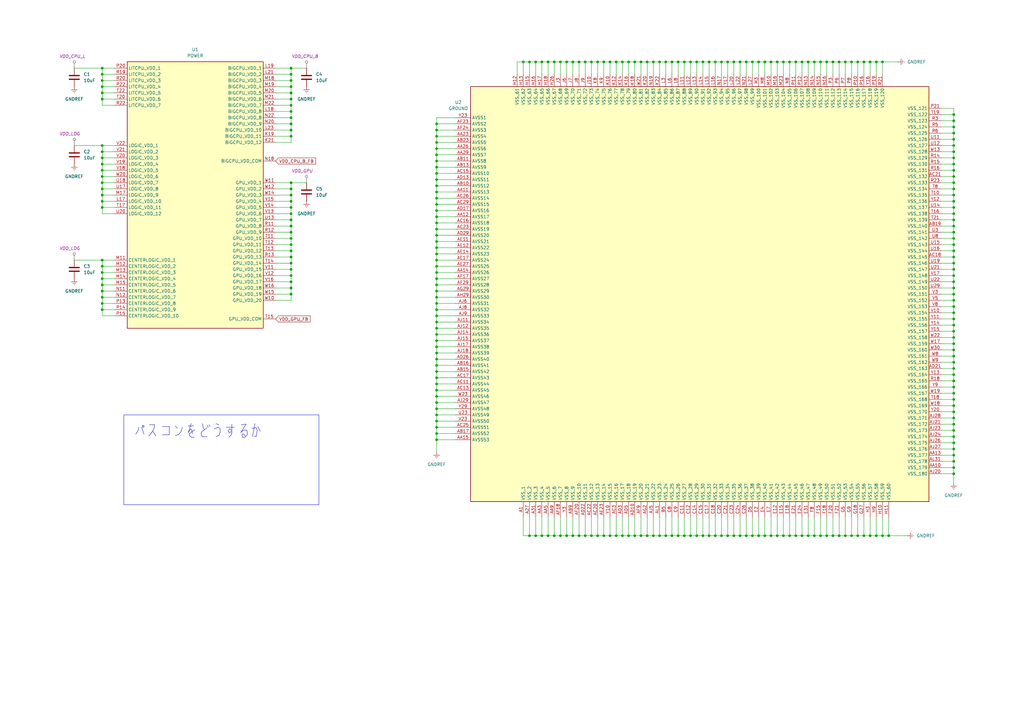
<source format=kicad_sch>
(kicad_sch (version 20231120) (generator "eeschema") (generator_version "8.0")
  (paper "A3")
  (junction (at 119.38 102.87))
  (junction (at 217.17 219.71))
  (junction (at 41.91 121.92))
  (junction (at 326.39 25.4))
  (junction (at 270.51 219.71))
  (junction (at 41.91 111.76))
  (junction (at 265.43 219.71))
  (junction (at 391.16 49.53))
  (junction (at 290.83 25.4))
  (junction (at 41.91 35.56))
  (junction (at 179.07 152.4))
  (junction (at 391.16 120.65))
  (junction (at 303.53 219.71))
  (junction (at 179.07 81.28))
  (junction (at 242.57 25.4))
  (junction (at 179.07 99.06))
  (junction (at 252.73 219.71))
  (junction (at 267.97 219.71))
  (junction (at 391.16 148.59))
  (junction (at 257.81 219.71))
  (junction (at 391.16 153.67))
  (junction (at 391.16 176.53))
  (junction (at 267.97 25.4))
  (junction (at 293.37 25.4))
  (junction (at 391.16 179.07))
  (junction (at 391.16 151.13))
  (junction (at 179.07 157.48))
  (junction (at 391.16 102.87))
  (junction (at 391.16 80.01))
  (junction (at 260.35 25.4))
  (junction (at 179.07 58.42))
  (junction (at 119.38 92.71))
  (junction (at 391.16 100.33))
  (junction (at 119.38 38.1))
  (junction (at 311.15 219.71))
  (junction (at 364.49 219.71))
  (junction (at 252.73 25.4))
  (junction (at 179.07 104.14))
  (junction (at 41.91 106.68))
  (junction (at 308.61 219.71))
  (junction (at 391.16 166.37))
  (junction (at 391.16 87.63))
  (junction (at 391.16 140.97))
  (junction (at 119.38 97.79))
  (junction (at 391.16 125.73))
  (junction (at 359.41 219.71))
  (junction (at 336.55 219.71))
  (junction (at 41.91 40.64))
  (junction (at 119.38 107.95))
  (junction (at 391.16 92.71))
  (junction (at 290.83 219.71))
  (junction (at 41.91 33.02))
  (junction (at 119.38 55.88))
  (junction (at 219.71 219.71))
  (junction (at 119.38 45.72))
  (junction (at 119.38 120.65))
  (junction (at 179.07 68.58))
  (junction (at 119.38 100.33))
  (junction (at 283.21 25.4))
  (junction (at 245.11 25.4))
  (junction (at 255.27 25.4))
  (junction (at 270.51 25.4))
  (junction (at 275.59 219.71))
  (junction (at 391.16 135.89))
  (junction (at 179.07 78.74))
  (junction (at 119.38 77.47))
  (junction (at 119.38 33.02))
  (junction (at 41.91 69.85))
  (junction (at 391.16 95.25))
  (junction (at 298.45 25.4))
  (junction (at 179.07 139.7))
  (junction (at 391.16 64.77))
  (junction (at 283.21 219.71))
  (junction (at 179.07 86.36))
  (junction (at 119.38 53.34))
  (junction (at 326.39 219.71))
  (junction (at 316.23 219.71))
  (junction (at 391.16 85.09))
  (junction (at 119.38 87.63))
  (junction (at 391.16 90.17))
  (junction (at 234.95 25.4))
  (junction (at 391.16 194.31))
  (junction (at 306.07 25.4))
  (junction (at 391.16 110.49))
  (junction (at 359.41 25.4))
  (junction (at 391.16 113.03))
  (junction (at 260.35 219.71))
  (junction (at 391.16 52.07))
  (junction (at 391.16 158.75))
  (junction (at 391.16 107.95))
  (junction (at 119.38 35.56))
  (junction (at 41.91 114.3))
  (junction (at 280.67 219.71))
  (junction (at 361.95 25.4))
  (junction (at 41.91 109.22))
  (junction (at 179.07 111.76))
  (junction (at 391.16 189.23))
  (junction (at 179.07 60.96))
  (junction (at 179.07 66.04))
  (junction (at 285.75 219.71))
  (junction (at 219.71 25.4))
  (junction (at 308.61 25.4))
  (junction (at 273.05 219.71))
  (junction (at 391.16 163.83))
  (junction (at 41.91 38.1))
  (junction (at 41.91 80.01))
  (junction (at 356.87 25.4))
  (junction (at 391.16 118.11))
  (junction (at 41.91 127))
  (junction (at 391.16 168.91))
  (junction (at 119.38 85.09))
  (junction (at 339.09 25.4))
  (junction (at 391.16 130.81))
  (junction (at 265.43 25.4))
  (junction (at 349.25 219.71))
  (junction (at 295.91 25.4))
  (junction (at 41.91 67.31))
  (junction (at 179.07 124.46))
  (junction (at 234.95 219.71))
  (junction (at 391.16 128.27))
  (junction (at 179.07 170.18))
  (junction (at 224.79 219.71))
  (junction (at 217.17 25.4))
  (junction (at 303.53 25.4))
  (junction (at 391.16 123.19))
  (junction (at 346.71 219.71))
  (junction (at 119.38 118.11))
  (junction (at 354.33 25.4))
  (junction (at 179.07 88.9))
  (junction (at 391.16 82.55))
  (junction (at 328.93 219.71))
  (junction (at 179.07 121.92))
  (junction (at 313.69 219.71))
  (junction (at 346.71 25.4))
  (junction (at 41.91 59.69))
  (junction (at 179.07 180.34))
  (junction (at 391.16 57.15))
  (junction (at 179.07 142.24))
  (junction (at 391.16 146.05))
  (junction (at 334.01 219.71))
  (junction (at 275.59 25.4))
  (junction (at 257.81 25.4))
  (junction (at 344.17 25.4))
  (junction (at 391.16 191.77))
  (junction (at 295.91 219.71))
  (junction (at 179.07 119.38))
  (junction (at 391.16 72.39))
  (junction (at 41.91 119.38))
  (junction (at 179.07 71.12))
  (junction (at 245.11 219.71))
  (junction (at 237.49 25.4))
  (junction (at 341.63 25.4))
  (junction (at 391.16 115.57))
  (junction (at 300.99 219.71))
  (junction (at 293.37 219.71))
  (junction (at 391.16 105.41))
  (junction (at 179.07 177.8))
  (junction (at 351.79 219.71))
  (junction (at 179.07 63.5))
  (junction (at 119.38 30.48))
  (junction (at 41.91 64.77))
  (junction (at 391.16 171.45))
  (junction (at 179.07 167.64))
  (junction (at 119.38 74.93))
  (junction (at 280.67 25.4))
  (junction (at 391.16 67.31))
  (junction (at 179.07 53.34))
  (junction (at 250.19 25.4))
  (junction (at 311.15 25.4))
  (junction (at 229.87 25.4))
  (junction (at 179.07 127))
  (junction (at 328.93 25.4))
  (junction (at 336.55 25.4))
  (junction (at 391.16 77.47))
  (junction (at 391.16 156.21))
  (junction (at 119.38 115.57))
  (junction (at 247.65 219.71))
  (junction (at 391.16 186.69))
  (junction (at 179.07 91.44))
  (junction (at 316.23 25.4))
  (junction (at 349.25 25.4))
  (junction (at 119.38 90.17))
  (junction (at 262.89 25.4))
  (junction (at 119.38 40.64))
  (junction (at 41.91 72.39))
  (junction (at 119.38 113.03))
  (junction (at 41.91 124.46))
  (junction (at 179.07 160.02))
  (junction (at 179.07 154.94))
  (junction (at 41.91 62.23))
  (junction (at 391.16 184.15))
  (junction (at 331.47 25.4))
  (junction (at 354.33 219.71))
  (junction (at 41.91 77.47))
  (junction (at 179.07 96.52))
  (junction (at 179.07 165.1))
  (junction (at 119.38 27.94))
  (junction (at 179.07 83.82))
  (junction (at 285.75 25.4))
  (junction (at 391.16 138.43))
  (junction (at 240.03 219.71))
  (junction (at 41.91 85.09))
  (junction (at 339.09 219.71))
  (junction (at 242.57 219.71))
  (junction (at 179.07 50.8))
  (junction (at 179.07 137.16))
  (junction (at 391.16 46.99))
  (junction (at 232.41 25.4))
  (junction (at 323.85 219.71))
  (junction (at 341.63 219.71))
  (junction (at 361.95 219.71))
  (junction (at 240.03 25.4))
  (junction (at 351.79 25.4))
  (junction (at 391.16 97.79))
  (junction (at 179.07 129.54))
  (junction (at 41.91 27.94))
  (junction (at 229.87 219.71))
  (junction (at 179.07 162.56))
  (junction (at 391.16 59.69))
  (junction (at 391.16 161.29))
  (junction (at 119.38 110.49))
  (junction (at 179.07 149.86))
  (junction (at 179.07 147.32))
  (junction (at 391.16 69.85))
  (junction (at 318.77 25.4))
  (junction (at 179.07 73.66))
  (junction (at 41.91 116.84))
  (junction (at 227.33 219.71))
  (junction (at 255.27 219.71))
  (junction (at 278.13 219.71))
  (junction (at 119.38 82.55))
  (junction (at 179.07 106.68))
  (junction (at 344.17 219.71))
  (junction (at 227.33 25.4))
  (junction (at 179.07 76.2))
  (junction (at 179.07 101.6))
  (junction (at 179.07 93.98))
  (junction (at 41.91 30.48))
  (junction (at 278.13 25.4))
  (junction (at 179.07 132.08))
  (junction (at 179.07 134.62))
  (junction (at 262.89 219.71))
  (junction (at 391.16 181.61))
  (junction (at 119.38 48.26))
  (junction (at 41.91 74.93))
  (junction (at 306.07 219.71))
  (junction (at 119.38 50.8))
  (junction (at 288.29 25.4))
  (junction (at 224.79 25.4))
  (junction (at 273.05 25.4))
  (junction (at 232.41 219.71))
  (junction (at 179.07 114.3))
  (junction (at 391.16 62.23))
  (junction (at 288.29 219.71))
  (junction (at 179.07 172.72))
  (junction (at 331.47 219.71))
  (junction (at 222.25 219.71))
  (junction (at 179.07 175.26))
  (junction (at 323.85 25.4))
  (junction (at 41.91 82.55))
  (junction (at 318.77 219.71))
  (junction (at 321.31 219.71))
  (junction (at 214.63 25.4))
  (junction (at 237.49 219.71))
  (junction (at 321.31 25.4))
  (junction (at 179.07 109.22))
  (junction (at 119.38 80.01))
  (junction (at 391.16 173.99))
  (junction (at 356.87 219.71))
  (junction (at 334.01 25.4))
  (junction (at 391.16 54.61))
  (junction (at 391.16 133.35))
  (junction (at 179.07 144.78))
  (junction (at 250.19 219.71))
  (junction (at 247.65 25.4))
  (junction (at 179.07 116.84))
  (junction (at 179.07 55.88))
  (junction (at 300.99 25.4))
  (junction (at 119.38 43.18))
  (junction (at 119.38 95.25))
  (junction (at 222.25 25.4))
  (junction (at 391.16 143.51))
  (junction (at 119.38 105.41))
  (junction (at 298.45 219.71))
  (junction (at 313.69 25.4))
  (junction (at 391.16 74.93))
  (wire (pts (xy 113.03 77.47) (xy 119.38 77.47)))
  (wire (pts (xy 257.81 25.4) (xy 260.35 25.4)))
  (wire (pts (xy 391.16 82.55) (xy 391.16 85.09)))
  (wire (pts (xy 270.51 25.4) (xy 273.05 25.4)))
  (wire (pts (xy 273.05 25.4) (xy 275.59 25.4)))
  (wire (pts (xy 386.08 166.37) (xy 391.16 166.37)))
  (wire (pts (xy 41.91 64.77) (xy 46.99 64.77)))
  (wire (pts (xy 298.45 25.4) (xy 300.99 25.4)))
  (wire (pts (xy 255.27 25.4) (xy 255.27 30.48)))
  (wire (pts (xy 283.21 25.4) (xy 285.75 25.4)))
  (wire (pts (xy 364.49 219.71) (xy 364.49 212.09)))
  (wire (pts (xy 119.38 53.34) (xy 119.38 55.88)))
  (wire (pts (xy 179.07 96.52) (xy 186.69 96.52)))
  (wire (pts (xy 334.01 25.4) (xy 334.01 30.48)))
  (wire (pts (xy 113.03 105.41) (xy 119.38 105.41)))
  (wire (pts (xy 113.03 27.94) (xy 119.38 27.94)))
  (wire (pts (xy 113.03 35.56) (xy 119.38 35.56)))
  (wire (pts (xy 275.59 25.4) (xy 275.59 30.48)))
  (wire (pts (xy 179.07 114.3) (xy 179.07 116.84)))
  (wire (pts (xy 303.53 25.4) (xy 303.53 30.48)))
  (wire (pts (xy 285.75 25.4) (xy 285.75 30.48)))
  (wire (pts (xy 252.73 219.71) (xy 255.27 219.71)))
  (wire (pts (xy 179.07 139.7) (xy 186.69 139.7)))
  (wire (pts (xy 391.16 140.97) (xy 391.16 143.51)))
  (wire (pts (xy 391.16 186.69) (xy 391.16 189.23)))
  (wire (pts (xy 179.07 73.66) (xy 186.69 73.66)))
  (wire (pts (xy 391.16 191.77) (xy 391.16 194.31)))
  (wire (pts (xy 391.16 166.37) (xy 391.16 168.91)))
  (wire (pts (xy 280.67 219.71) (xy 283.21 219.71)))
  (wire (pts (xy 237.49 212.09) (xy 237.49 219.71)))
  (wire (pts (xy 386.08 77.47) (xy 391.16 77.47)))
  (wire (pts (xy 179.07 78.74) (xy 179.07 81.28)))
  (wire (pts (xy 346.71 219.71) (xy 349.25 219.71)))
  (wire (pts (xy 240.03 25.4) (xy 240.03 30.48)))
  (wire (pts (xy 391.16 49.53) (xy 391.16 52.07)))
  (wire (pts (xy 41.91 27.94) (xy 46.99 27.94)))
  (wire (pts (xy 179.07 177.8) (xy 186.69 177.8)))
  (wire (pts (xy 298.45 25.4) (xy 298.45 30.48)))
  (wire (pts (xy 113.03 113.03) (xy 119.38 113.03)))
  (wire (pts (xy 273.05 212.09) (xy 273.05 219.71)))
  (wire (pts (xy 41.91 40.64) (xy 41.91 38.1)))
  (wire (pts (xy 386.08 59.69) (xy 391.16 59.69)))
  (wire (pts (xy 179.07 60.96) (xy 179.07 63.5)))
  (wire (pts (xy 242.57 25.4) (xy 242.57 30.48)))
  (wire (pts (xy 179.07 101.6) (xy 179.07 104.14)))
  (wire (pts (xy 179.07 91.44) (xy 179.07 93.98)))
  (wire (pts (xy 391.16 171.45) (xy 391.16 173.99)))
  (wire (pts (xy 179.07 104.14) (xy 179.07 106.68)))
  (wire (pts (xy 323.85 212.09) (xy 323.85 219.71)))
  (wire (pts (xy 179.07 157.48) (xy 179.07 160.02)))
  (wire (pts (xy 119.38 48.26) (xy 119.38 50.8)))
  (wire (pts (xy 179.07 165.1) (xy 186.69 165.1)))
  (wire (pts (xy 285.75 219.71) (xy 288.29 219.71)))
  (wire (pts (xy 179.07 165.1) (xy 179.07 167.64)))
  (wire (pts (xy 179.07 116.84) (xy 186.69 116.84)))
  (wire (pts (xy 179.07 154.94) (xy 186.69 154.94)))
  (wire (pts (xy 113.03 50.8) (xy 119.38 50.8)))
  (wire (pts (xy 179.07 63.5) (xy 186.69 63.5)))
  (wire (pts (xy 179.07 127) (xy 186.69 127)))
  (wire (pts (xy 328.93 25.4) (xy 328.93 30.48)))
  (wire (pts (xy 41.91 43.18) (xy 41.91 40.64)))
  (wire (pts (xy 391.16 176.53) (xy 391.16 179.07)))
  (wire (pts (xy 391.16 74.93) (xy 391.16 77.47)))
  (wire (pts (xy 341.63 25.4) (xy 341.63 30.48)))
  (wire (pts (xy 179.07 83.82) (xy 186.69 83.82)))
  (wire (pts (xy 179.07 109.22) (xy 186.69 109.22)))
  (wire (pts (xy 224.79 219.71) (xy 227.33 219.71)))
  (wire (pts (xy 391.16 44.45) (xy 391.16 46.99)))
  (wire (pts (xy 270.51 25.4) (xy 270.51 30.48)))
  (wire (pts (xy 391.16 113.03) (xy 391.16 115.57)))
  (wire (pts (xy 295.91 25.4) (xy 298.45 25.4)))
  (wire (pts (xy 212.09 25.4) (xy 214.63 25.4)))
  (wire (pts (xy 245.11 25.4) (xy 247.65 25.4)))
  (wire (pts (xy 227.33 25.4) (xy 227.33 30.48)))
  (wire (pts (xy 41.91 38.1) (xy 46.99 38.1)))
  (wire (pts (xy 386.08 46.99) (xy 391.16 46.99)))
  (wire (pts (xy 119.38 118.11) (xy 119.38 120.65)))
  (wire (pts (xy 237.49 25.4) (xy 237.49 30.48)))
  (wire (pts (xy 391.16 54.61) (xy 391.16 57.15)))
  (wire (pts (xy 391.16 95.25) (xy 391.16 97.79)))
  (wire (pts (xy 179.07 139.7) (xy 179.07 142.24)))
  (wire (pts (xy 336.55 212.09) (xy 336.55 219.71)))
  (wire (pts (xy 391.16 146.05) (xy 391.16 148.59)))
  (wire (pts (xy 386.08 102.87) (xy 391.16 102.87)))
  (wire (pts (xy 391.16 100.33) (xy 391.16 102.87)))
  (wire (pts (xy 318.77 212.09) (xy 318.77 219.71)))
  (wire (pts (xy 311.15 219.71) (xy 313.69 219.71)))
  (wire (pts (xy 280.67 25.4) (xy 283.21 25.4)))
  (wire (pts (xy 247.65 25.4) (xy 247.65 30.48)))
  (wire (pts (xy 386.08 64.77) (xy 391.16 64.77)))
  (wire (pts (xy 113.03 85.09) (xy 119.38 85.09)))
  (wire (pts (xy 113.03 97.79) (xy 119.38 97.79)))
  (wire (pts (xy 41.91 106.68) (xy 41.91 109.22)))
  (wire (pts (xy 283.21 212.09) (xy 283.21 219.71)))
  (wire (pts (xy 293.37 219.71) (xy 295.91 219.71)))
  (wire (pts (xy 113.03 87.63) (xy 119.38 87.63)))
  (wire (pts (xy 41.91 80.01) (xy 46.99 80.01)))
  (wire (pts (xy 311.15 25.4) (xy 311.15 30.48)))
  (wire (pts (xy 293.37 25.4) (xy 293.37 30.48)))
  (wire (pts (xy 179.07 114.3) (xy 186.69 114.3)))
  (wire (pts (xy 386.08 97.79) (xy 391.16 97.79)))
  (wire (pts (xy 328.93 25.4) (xy 331.47 25.4)))
  (wire (pts (xy 41.91 40.64) (xy 46.99 40.64)))
  (wire (pts (xy 331.47 219.71) (xy 334.01 219.71)))
  (wire (pts (xy 41.91 109.22) (xy 46.99 109.22)))
  (wire (pts (xy 351.79 25.4) (xy 351.79 30.48)))
  (wire (pts (xy 212.09 30.48) (xy 212.09 25.4)))
  (wire (pts (xy 179.07 104.14) (xy 186.69 104.14)))
  (wire (pts (xy 179.07 53.34) (xy 186.69 53.34)))
  (wire (pts (xy 41.91 27.94) (xy 41.91 30.48)))
  (wire (pts (xy 179.07 152.4) (xy 179.07 154.94)))
  (wire (pts (xy 240.03 219.71) (xy 242.57 219.71)))
  (wire (pts (xy 391.16 85.09) (xy 391.16 87.63)))
  (wire (pts (xy 41.91 30.48) (xy 46.99 30.48)))
  (wire (pts (xy 119.38 74.93) (xy 125.73 74.93)))
  (wire (pts (xy 41.91 77.47) (xy 46.99 77.47)))
  (wire (pts (xy 386.08 171.45) (xy 391.16 171.45)))
  (wire (pts (xy 386.08 191.77) (xy 391.16 191.77)))
  (wire (pts (xy 119.38 115.57) (xy 119.38 118.11)))
  (wire (pts (xy 273.05 219.71) (xy 275.59 219.71)))
  (wire (pts (xy 234.95 212.09) (xy 234.95 219.71)))
  (wire (pts (xy 295.91 25.4) (xy 295.91 30.48)))
  (wire (pts (xy 119.38 82.55) (xy 119.38 85.09)))
  (wire (pts (xy 179.07 111.76) (xy 186.69 111.76)))
  (wire (pts (xy 179.07 88.9) (xy 179.07 91.44)))
  (wire (pts (xy 364.49 219.71) (xy 372.11 219.71)))
  (wire (pts (xy 227.33 25.4) (xy 229.87 25.4)))
  (wire (pts (xy 119.38 102.87) (xy 119.38 105.41)))
  (wire (pts (xy 386.08 146.05) (xy 391.16 146.05)))
  (wire (pts (xy 119.38 35.56) (xy 119.38 38.1)))
  (wire (pts (xy 295.91 212.09) (xy 295.91 219.71)))
  (wire (pts (xy 113.03 95.25) (xy 119.38 95.25)))
  (wire (pts (xy 41.91 74.93) (xy 46.99 74.93)))
  (wire (pts (xy 113.03 102.87) (xy 119.38 102.87)))
  (wire (pts (xy 257.81 25.4) (xy 257.81 30.48)))
  (wire (pts (xy 41.91 35.56) (xy 41.91 33.02)))
  (wire (pts (xy 391.16 181.61) (xy 391.16 184.15)))
  (wire (pts (xy 41.91 116.84) (xy 46.99 116.84)))
  (wire (pts (xy 318.77 25.4) (xy 318.77 30.48)))
  (wire (pts (xy 119.38 120.65) (xy 119.38 123.19)))
  (wire (pts (xy 386.08 176.53) (xy 391.16 176.53)))
  (wire (pts (xy 391.16 115.57) (xy 391.16 118.11)))
  (wire (pts (xy 391.16 184.15) (xy 391.16 186.69)))
  (wire (pts (xy 252.73 212.09) (xy 252.73 219.71)))
  (wire (pts (xy 386.08 186.69) (xy 391.16 186.69)))
  (wire (pts (xy 391.16 194.31) (xy 386.08 194.31)))
  (wire (pts (xy 336.55 219.71) (xy 339.09 219.71)))
  (wire (pts (xy 179.07 109.22) (xy 179.07 111.76)))
  (wire (pts (xy 245.11 219.71) (xy 247.65 219.71)))
  (wire (pts (xy 113.03 107.95) (xy 119.38 107.95)))
  (wire (pts (xy 113.03 80.01) (xy 119.38 80.01)))
  (wire (pts (xy 119.38 80.01) (xy 119.38 82.55)))
  (wire (pts (xy 391.16 72.39) (xy 391.16 74.93)))
  (wire (pts (xy 359.41 25.4) (xy 359.41 30.48)))
  (wire (pts (xy 119.38 77.47) (xy 119.38 80.01)))
  (wire (pts (xy 391.16 158.75) (xy 391.16 161.29)))
  (wire (pts (xy 391.16 161.29) (xy 391.16 163.83)))
  (wire (pts (xy 179.07 149.86) (xy 186.69 149.86)))
  (wire (pts (xy 267.97 212.09) (xy 267.97 219.71)))
  (wire (pts (xy 41.91 77.47) (xy 41.91 80.01)))
  (wire (pts (xy 328.93 212.09) (xy 328.93 219.71)))
  (wire (pts (xy 260.35 25.4) (xy 262.89 25.4)))
  (wire (pts (xy 346.71 25.4) (xy 346.71 30.48)))
  (wire (pts (xy 283.21 25.4) (xy 283.21 30.48)))
  (wire (pts (xy 298.45 212.09) (xy 298.45 219.71)))
  (wire (pts (xy 391.16 80.01) (xy 391.16 82.55)))
  (wire (pts (xy 219.71 25.4) (xy 219.71 30.48)))
  (wire (pts (xy 334.01 212.09) (xy 334.01 219.71)))
  (wire (pts (xy 224.79 212.09) (xy 224.79 219.71)))
  (wire (pts (xy 341.63 25.4) (xy 344.17 25.4)))
  (wire (pts (xy 316.23 25.4) (xy 316.23 30.48)))
  (wire (pts (xy 313.69 219.71) (xy 316.23 219.71)))
  (wire (pts (xy 386.08 90.17) (xy 391.16 90.17)))
  (wire (pts (xy 255.27 25.4) (xy 257.81 25.4)))
  (wire (pts (xy 179.07 142.24) (xy 186.69 142.24)))
  (wire (pts (xy 217.17 219.71) (xy 219.71 219.71)))
  (wire (pts (xy 242.57 25.4) (xy 245.11 25.4)))
  (wire (pts (xy 179.07 160.02) (xy 186.69 160.02)))
  (wire (pts (xy 351.79 25.4) (xy 354.33 25.4)))
  (wire (pts (xy 391.16 168.91) (xy 391.16 171.45)))
  (wire (pts (xy 386.08 100.33) (xy 391.16 100.33)))
  (wire (pts (xy 361.95 25.4) (xy 368.3 25.4)))
  (wire (pts (xy 349.25 212.09) (xy 349.25 219.71)))
  (wire (pts (xy 262.89 212.09) (xy 262.89 219.71)))
  (wire (pts (xy 323.85 219.71) (xy 326.39 219.71)))
  (wire (pts (xy 257.81 212.09) (xy 257.81 219.71)))
  (wire (pts (xy 300.99 25.4) (xy 300.99 30.48)))
  (wire (pts (xy 179.07 71.12) (xy 186.69 71.12)))
  (wire (pts (xy 391.16 156.21) (xy 391.16 158.75)))
  (wire (pts (xy 214.63 219.71) (xy 217.17 219.71)))
  (wire (pts (xy 41.91 30.48) (xy 41.91 33.02)))
  (wire (pts (xy 306.07 212.09) (xy 306.07 219.71)))
  (wire (pts (xy 232.41 25.4) (xy 234.95 25.4)))
  (wire (pts (xy 41.91 82.55) (xy 46.99 82.55)))
  (wire (pts (xy 247.65 212.09) (xy 247.65 219.71)))
  (wire (pts (xy 179.07 68.58) (xy 186.69 68.58)))
  (wire (pts (xy 119.38 92.71) (xy 119.38 95.25)))
  (wire (pts (xy 386.08 138.43) (xy 391.16 138.43)))
  (wire (pts (xy 321.31 212.09) (xy 321.31 219.71)))
  (wire (pts (xy 179.07 50.8) (xy 186.69 50.8)))
  (wire (pts (xy 113.03 74.93) (xy 119.38 74.93)))
  (wire (pts (xy 179.07 76.2) (xy 186.69 76.2)))
  (wire (pts (xy 300.99 219.71) (xy 303.53 219.71)))
  (wire (pts (xy 391.16 133.35) (xy 391.16 135.89)))
  (wire (pts (xy 391.16 194.31) (xy 391.16 198.12)))
  (wire (pts (xy 41.91 74.93) (xy 41.91 77.47)))
  (wire (pts (xy 41.91 67.31) (xy 41.91 69.85)))
  (wire (pts (xy 41.91 69.85) (xy 41.91 72.39)))
  (wire (pts (xy 386.08 161.29) (xy 391.16 161.29)))
  (wire (pts (xy 247.65 25.4) (xy 250.19 25.4)))
  (wire (pts (xy 41.91 72.39) (xy 41.91 74.93)))
  (wire (pts (xy 41.91 82.55) (xy 41.91 85.09)))
  (wire (pts (xy 313.69 25.4) (xy 313.69 30.48)))
  (wire (pts (xy 313.69 212.09) (xy 313.69 219.71)))
  (wire (pts (xy 262.89 25.4) (xy 265.43 25.4)))
  (wire (pts (xy 222.25 25.4) (xy 222.25 30.48)))
  (wire (pts (xy 41.91 114.3) (xy 41.91 116.84)))
  (wire (pts (xy 386.08 107.95) (xy 391.16 107.95)))
  (wire (pts (xy 217.17 25.4) (xy 219.71 25.4)))
  (wire (pts (xy 179.07 86.36) (xy 186.69 86.36)))
  (wire (pts (xy 386.08 92.71) (xy 391.16 92.71)))
  (wire (pts (xy 227.33 219.71) (xy 229.87 219.71)))
  (wire (pts (xy 326.39 212.09) (xy 326.39 219.71)))
  (wire (pts (xy 224.79 25.4) (xy 224.79 30.48)))
  (wire (pts (xy 219.71 219.71) (xy 222.25 219.71)))
  (wire (pts (xy 179.07 170.18) (xy 179.07 172.72)))
  (wire (pts (xy 219.71 212.09) (xy 219.71 219.71)))
  (wire (pts (xy 41.91 67.31) (xy 46.99 67.31)))
  (wire (pts (xy 386.08 128.27) (xy 391.16 128.27)))
  (wire (pts (xy 227.33 212.09) (xy 227.33 219.71)))
  (wire (pts (xy 386.08 95.25) (xy 391.16 95.25)))
  (wire (pts (xy 326.39 219.71) (xy 328.93 219.71)))
  (wire (pts (xy 179.07 81.28) (xy 179.07 83.82)))
  (wire (pts (xy 341.63 219.71) (xy 344.17 219.71)))
  (wire (pts (xy 179.07 116.84) (xy 179.07 119.38)))
  (wire (pts (xy 179.07 66.04) (xy 186.69 66.04)))
  (wire (pts (xy 344.17 25.4) (xy 344.17 30.48)))
  (wire (pts (xy 119.38 87.63) (xy 119.38 90.17)))
  (wire (pts (xy 41.91 85.09) (xy 46.99 85.09)))
  (wire (pts (xy 288.29 25.4) (xy 290.83 25.4)))
  (wire (pts (xy 119.38 38.1) (xy 119.38 40.64)))
  (wire (pts (xy 354.33 212.09) (xy 354.33 219.71)))
  (wire (pts (xy 224.79 25.4) (xy 227.33 25.4)))
  (wire (pts (xy 179.07 177.8) (xy 179.07 180.34)))
  (wire (pts (xy 386.08 156.21) (xy 391.16 156.21)))
  (wire (pts (xy 391.16 173.99) (xy 391.16 176.53)))
  (wire (pts (xy 179.07 167.64) (xy 186.69 167.64)))
  (wire (pts (xy 349.25 25.4) (xy 349.25 30.48)))
  (wire (pts (xy 179.07 129.54) (xy 179.07 132.08)))
  (wire (pts (xy 386.08 57.15) (xy 391.16 57.15)))
  (wire (pts (xy 229.87 219.71) (xy 232.41 219.71)))
  (wire (pts (xy 41.91 129.54) (xy 46.99 129.54)))
  (wire (pts (xy 113.03 100.33) (xy 119.38 100.33)))
  (wire (pts (xy 303.53 25.4) (xy 306.07 25.4)))
  (wire (pts (xy 255.27 212.09) (xy 255.27 219.71)))
  (wire (pts (xy 275.59 219.71) (xy 278.13 219.71)))
  (wire (pts (xy 361.95 212.09) (xy 361.95 219.71)))
  (wire (pts (xy 217.17 212.09) (xy 217.17 219.71)))
  (wire (pts (xy 214.63 25.4) (xy 214.63 30.48)))
  (wire (pts (xy 119.38 30.48) (xy 119.38 33.02)))
  (wire (pts (xy 386.08 115.57) (xy 391.16 115.57)))
  (wire (pts (xy 336.55 25.4) (xy 336.55 30.48)))
  (wire (pts (xy 119.38 45.72) (xy 119.38 48.26)))
  (wire (pts (xy 386.08 163.83) (xy 391.16 163.83)))
  (wire (pts (xy 119.38 113.03) (xy 119.38 115.57)))
  (wire (pts (xy 391.16 64.77) (xy 391.16 67.31)))
  (wire (pts (xy 386.08 72.39) (xy 391.16 72.39)))
  (wire (pts (xy 119.38 33.02) (xy 119.38 35.56)))
  (wire (pts (xy 179.07 170.18) (xy 186.69 170.18)))
  (wire (pts (xy 41.91 121.92) (xy 46.99 121.92)))
  (wire (pts (xy 391.16 110.49) (xy 391.16 113.03)))
  (wire (pts (xy 386.08 87.63) (xy 391.16 87.63)))
  (wire (pts (xy 113.03 90.17) (xy 119.38 90.17)))
  (wire (pts (xy 237.49 25.4) (xy 240.03 25.4)))
  (wire (pts (xy 179.07 172.72) (xy 179.07 175.26)))
  (wire (pts (xy 41.91 59.69) (xy 41.91 62.23)))
  (wire (pts (xy 391.16 87.63) (xy 391.16 90.17)))
  (wire (pts (xy 339.09 219.71) (xy 341.63 219.71)))
  (wire (pts (xy 179.07 132.08) (xy 186.69 132.08)))
  (wire (pts (xy 391.16 118.11) (xy 391.16 120.65)))
  (wire (pts (xy 278.13 219.71) (xy 280.67 219.71)))
  (wire (pts (xy 386.08 125.73) (xy 391.16 125.73)))
  (wire (pts (xy 323.85 25.4) (xy 323.85 30.48)))
  (wire (pts (xy 391.16 148.59) (xy 391.16 151.13)))
  (wire (pts (xy 41.91 33.02) (xy 46.99 33.02)))
  (wire (pts (xy 247.65 219.71) (xy 250.19 219.71)))
  (wire (pts (xy 349.25 219.71) (xy 351.79 219.71)))
  (wire (pts (xy 359.41 25.4) (xy 361.95 25.4)))
  (wire (pts (xy 229.87 25.4) (xy 229.87 30.48)))
  (wire (pts (xy 179.07 58.42) (xy 179.07 60.96)))
  (wire (pts (xy 316.23 25.4) (xy 318.77 25.4)))
  (wire (pts (xy 113.03 82.55) (xy 119.38 82.55)))
  (wire (pts (xy 179.07 81.28) (xy 186.69 81.28)))
  (wire (pts (xy 119.38 97.79) (xy 119.38 100.33)))
  (wire (pts (xy 179.07 162.56) (xy 179.07 165.1)))
  (wire (pts (xy 391.16 102.87) (xy 391.16 105.41)))
  (wire (pts (xy 179.07 175.26) (xy 186.69 175.26)))
  (wire (pts (xy 391.16 138.43) (xy 391.16 140.97)))
  (wire (pts (xy 336.55 25.4) (xy 339.09 25.4)))
  (wire (pts (xy 318.77 25.4) (xy 321.31 25.4)))
  (wire (pts (xy 359.41 219.71) (xy 361.95 219.71)))
  (wire (pts (xy 356.87 219.71) (xy 359.41 219.71)))
  (wire (pts (xy 356.87 25.4) (xy 359.41 25.4)))
  (wire (pts (xy 46.99 43.18) (xy 41.91 43.18)))
  (wire (pts (xy 391.16 128.27) (xy 391.16 130.81)))
  (wire (pts (xy 179.07 93.98) (xy 186.69 93.98)))
  (wire (pts (xy 300.99 25.4) (xy 303.53 25.4)))
  (wire (pts (xy 41.91 119.38) (xy 41.91 121.92)))
  (wire (pts (xy 179.07 152.4) (xy 186.69 152.4)))
  (wire (pts (xy 386.08 173.99) (xy 391.16 173.99)))
  (wire (pts (xy 391.16 179.07) (xy 391.16 181.61)))
  (wire (pts (xy 386.08 110.49) (xy 391.16 110.49)))
  (wire (pts (xy 386.08 69.85) (xy 391.16 69.85)))
  (wire (pts (xy 318.77 219.71) (xy 321.31 219.71)))
  (wire (pts (xy 278.13 25.4) (xy 278.13 30.48)))
  (wire (pts (xy 41.91 35.56) (xy 46.99 35.56)))
  (wire (pts (xy 119.38 90.17) (xy 119.38 92.71)))
  (wire (pts (xy 391.16 143.51) (xy 391.16 146.05)))
  (wire (pts (xy 321.31 25.4) (xy 323.85 25.4)))
  (wire (pts (xy 179.07 63.5) (xy 179.07 66.04)))
  (wire (pts (xy 267.97 25.4) (xy 267.97 30.48)))
  (wire (pts (xy 285.75 25.4) (xy 288.29 25.4)))
  (wire (pts (xy 179.07 88.9) (xy 186.69 88.9)))
  (wire (pts (xy 391.16 46.99) (xy 391.16 49.53)))
  (wire (pts (xy 119.38 95.25) (xy 119.38 97.79)))
  (wire (pts (xy 316.23 219.71) (xy 318.77 219.71)))
  (wire (pts (xy 30.48 27.94) (xy 41.91 27.94)))
  (wire (pts (xy 119.38 55.88) (xy 119.38 58.42)))
  (wire (pts (xy 359.41 212.09) (xy 359.41 219.71)))
  (wire (pts (xy 326.39 25.4) (xy 326.39 30.48)))
  (wire (pts (xy 288.29 25.4) (xy 288.29 30.48)))
  (wire (pts (xy 391.16 69.85) (xy 391.16 72.39)))
  (wire (pts (xy 222.25 212.09) (xy 222.25 219.71)))
  (wire (pts (xy 41.91 80.01) (xy 41.91 82.55)))
  (wire (pts (xy 386.08 118.11) (xy 391.16 118.11)))
  (wire (pts (xy 328.93 219.71) (xy 331.47 219.71)))
  (wire (pts (xy 41.91 62.23) (xy 46.99 62.23)))
  (wire (pts (xy 323.85 25.4) (xy 326.39 25.4)))
  (wire (pts (xy 119.38 50.8) (xy 119.38 53.34)))
  (wire (pts (xy 113.03 40.64) (xy 119.38 40.64)))
  (wire (pts (xy 361.95 219.71) (xy 364.49 219.71)))
  (wire (pts (xy 354.33 219.71) (xy 356.87 219.71)))
  (wire (pts (xy 113.03 30.48) (xy 119.38 30.48)))
  (wire (pts (xy 265.43 25.4) (xy 267.97 25.4)))
  (wire (pts (xy 386.08 168.91) (xy 391.16 168.91)))
  (wire (pts (xy 267.97 219.71) (xy 270.51 219.71)))
  (wire (pts (xy 179.07 127) (xy 179.07 129.54)))
  (wire (pts (xy 270.51 219.71) (xy 273.05 219.71)))
  (wire (pts (xy 46.99 106.68) (xy 41.91 106.68)))
  (wire (pts (xy 290.83 219.71) (xy 293.37 219.71)))
  (wire (pts (xy 308.61 219.71) (xy 311.15 219.71)))
  (wire (pts (xy 41.91 124.46) (xy 41.91 127)))
  (wire (pts (xy 344.17 25.4) (xy 346.71 25.4)))
  (wire (pts (xy 41.91 121.92) (xy 41.91 124.46)))
  (wire (pts (xy 331.47 25.4) (xy 331.47 30.48)))
  (wire (pts (xy 179.07 144.78) (xy 186.69 144.78)))
  (wire (pts (xy 354.33 25.4) (xy 356.87 25.4)))
  (wire (pts (xy 341.63 212.09) (xy 341.63 219.71)))
  (wire (pts (xy 179.07 73.66) (xy 179.07 76.2)))
  (wire (pts (xy 386.08 133.35) (xy 391.16 133.35)))
  (wire (pts (xy 237.49 219.71) (xy 240.03 219.71)))
  (wire (pts (xy 41.91 64.77) (xy 41.91 67.31)))
  (wire (pts (xy 288.29 212.09) (xy 288.29 219.71)))
  (wire (pts (xy 344.17 219.71) (xy 346.71 219.71)))
  (wire (pts (xy 356.87 212.09) (xy 356.87 219.71)))
  (wire (pts (xy 386.08 130.81) (xy 391.16 130.81)))
  (wire (pts (xy 232.41 212.09) (xy 232.41 219.71)))
  (wire (pts (xy 113.03 48.26) (xy 119.38 48.26)))
  (wire (pts (xy 119.38 40.64) (xy 119.38 43.18)))
  (wire (pts (xy 293.37 212.09) (xy 293.37 219.71)))
  (wire (pts (xy 229.87 25.4) (xy 232.41 25.4)))
  (wire (pts (xy 391.16 120.65) (xy 391.16 123.19)))
  (wire (pts (xy 326.39 25.4) (xy 328.93 25.4)))
  (wire (pts (xy 298.45 219.71) (xy 300.99 219.71)))
  (wire (pts (xy 257.81 219.71) (xy 260.35 219.71)))
  (wire (pts (xy 386.08 74.93) (xy 391.16 74.93)))
  (wire (pts (xy 113.03 53.34) (xy 119.38 53.34)))
  (wire (pts (xy 250.19 219.71) (xy 252.73 219.71)))
  (wire (pts (xy 113.03 55.88) (xy 119.38 55.88)))
  (wire (pts (xy 179.07 180.34) (xy 179.07 185.42)))
  (wire (pts (xy 339.09 25.4) (xy 339.09 30.48)))
  (wire (pts (xy 391.16 151.13) (xy 391.16 153.67)))
  (wire (pts (xy 179.07 175.26) (xy 179.07 177.8)))
  (wire (pts (xy 290.83 212.09) (xy 290.83 219.71)))
  (wire (pts (xy 273.05 25.4) (xy 273.05 30.48)))
  (wire (pts (xy 262.89 25.4) (xy 262.89 30.48)))
  (wire (pts (xy 113.03 58.42) (xy 119.38 58.42)))
  (wire (pts (xy 306.07 219.71) (xy 308.61 219.71)))
  (wire (pts (xy 391.16 153.67) (xy 391.16 156.21)))
  (wire (pts (xy 41.91 62.23) (xy 41.91 64.77)))
  (wire (pts (xy 250.19 25.4) (xy 250.19 30.48)))
  (wire (pts (xy 303.53 219.71) (xy 306.07 219.71)))
  (wire (pts (xy 260.35 212.09) (xy 260.35 219.71)))
  (wire (pts (xy 386.08 44.45) (xy 391.16 44.45)))
  (wire (pts (xy 255.27 219.71) (xy 257.81 219.71)))
  (wire (pts (xy 306.07 25.4) (xy 308.61 25.4)))
  (wire (pts (xy 113.03 110.49) (xy 119.38 110.49)))
  (wire (pts (xy 386.08 123.19) (xy 391.16 123.19)))
  (wire (pts (xy 179.07 76.2) (xy 179.07 78.74)))
  (wire (pts (xy 179.07 71.12) (xy 179.07 73.66)))
  (wire (pts (xy 229.87 212.09) (xy 229.87 219.71)))
  (wire (pts (xy 179.07 132.08) (xy 179.07 134.62)))
  (wire (pts (xy 119.38 27.94) (xy 125.73 27.94)))
  (wire (pts (xy 179.07 48.26) (xy 179.07 50.8)))
  (wire (pts (xy 179.07 99.06) (xy 186.69 99.06)))
  (wire (pts (xy 265.43 25.4) (xy 265.43 30.48)))
  (wire (pts (xy 386.08 120.65) (xy 391.16 120.65)))
  (wire (pts (xy 179.07 167.64) (xy 179.07 170.18)))
  (wire (pts (xy 179.07 86.36) (xy 179.07 88.9)))
  (wire (pts (xy 361.95 25.4) (xy 361.95 30.48)))
  (wire (pts (xy 391.16 59.69) (xy 391.16 62.23)))
  (wire (pts (xy 240.03 25.4) (xy 242.57 25.4)))
  (wire (pts (xy 41.91 127) (xy 46.99 127)))
  (wire (pts (xy 113.03 38.1) (xy 119.38 38.1)))
  (wire (pts (xy 179.07 149.86) (xy 179.07 152.4)))
  (wire (pts (xy 179.07 106.68) (xy 186.69 106.68)))
  (wire (pts (xy 386.08 148.59) (xy 391.16 148.59)))
  (wire (pts (xy 391.16 107.95) (xy 391.16 110.49)))
  (wire (pts (xy 234.95 25.4) (xy 234.95 30.48)))
  (wire (pts (xy 119.38 85.09) (xy 119.38 87.63)))
  (wire (pts (xy 179.07 134.62) (xy 186.69 134.62)))
  (wire (pts (xy 179.07 111.76) (xy 179.07 114.3)))
  (wire (pts (xy 222.25 219.71) (xy 224.79 219.71)))
  (wire (pts (xy 386.08 143.51) (xy 391.16 143.51)))
  (wire (pts (xy 356.87 25.4) (xy 356.87 30.48)))
  (wire (pts (xy 240.03 212.09) (xy 240.03 219.71)))
  (wire (pts (xy 119.38 43.18) (xy 119.38 45.72)))
  (wire (pts (xy 391.16 62.23) (xy 391.16 64.77)))
  (wire (pts (xy 278.13 212.09) (xy 278.13 219.71)))
  (wire (pts (xy 179.07 106.68) (xy 179.07 109.22)))
  (wire (pts (xy 265.43 219.71) (xy 267.97 219.71)))
  (wire (pts (xy 391.16 90.17) (xy 391.16 92.71)))
  (wire (pts (xy 179.07 129.54) (xy 186.69 129.54)))
  (wire (pts (xy 41.91 69.85) (xy 46.99 69.85)))
  (wire (pts (xy 391.16 97.79) (xy 391.16 100.33)))
  (wire (pts (xy 280.67 212.09) (xy 280.67 219.71)))
  (wire (pts (xy 334.01 219.71) (xy 336.55 219.71)))
  (wire (pts (xy 179.07 160.02) (xy 179.07 162.56)))
  (wire (pts (xy 386.08 158.75) (xy 391.16 158.75)))
  (wire (pts (xy 386.08 184.15) (xy 391.16 184.15)))
  (wire (pts (xy 300.99 212.09) (xy 300.99 219.71)))
  (wire (pts (xy 283.21 219.71) (xy 285.75 219.71)))
  (wire (pts (xy 179.07 124.46) (xy 186.69 124.46)))
  (wire (pts (xy 386.08 151.13) (xy 391.16 151.13)))
  (wire (pts (xy 234.95 25.4) (xy 237.49 25.4)))
  (wire (pts (xy 41.91 111.76) (xy 46.99 111.76)))
  (wire (pts (xy 303.53 212.09) (xy 303.53 219.71)))
  (wire (pts (xy 179.07 91.44) (xy 186.69 91.44)))
  (wire (pts (xy 113.03 43.18) (xy 119.38 43.18)))
  (wire (pts (xy 179.07 172.72) (xy 186.69 172.72)))
  (wire (pts (xy 386.08 179.07) (xy 391.16 179.07)))
  (wire (pts (xy 119.38 105.41) (xy 119.38 107.95)))
  (wire (pts (xy 275.59 25.4) (xy 278.13 25.4)))
  (wire (pts (xy 386.08 181.61) (xy 391.16 181.61)))
  (wire (pts (xy 179.07 180.34) (xy 186.69 180.34)))
  (wire (pts (xy 391.16 123.19) (xy 391.16 125.73)))
  (wire (pts (xy 278.13 25.4) (xy 280.67 25.4)))
  (wire (pts (xy 351.79 212.09) (xy 351.79 219.71)))
  (wire (pts (xy 41.91 127) (xy 41.91 129.54)))
  (wire (pts (xy 334.01 25.4) (xy 336.55 25.4)))
  (wire (pts (xy 179.07 60.96) (xy 186.69 60.96)))
  (wire (pts (xy 252.73 25.4) (xy 252.73 30.48)))
  (wire (pts (xy 179.07 55.88) (xy 186.69 55.88)))
  (wire (pts (xy 391.16 125.73) (xy 391.16 128.27)))
  (wire (pts (xy 222.25 25.4) (xy 224.79 25.4)))
  (wire (pts (xy 41.91 116.84) (xy 41.91 119.38)))
  (wire (pts (xy 41.91 87.63) (xy 46.99 87.63)))
  (wire (pts (xy 262.89 219.71) (xy 265.43 219.71)))
  (wire (pts (xy 179.07 68.58) (xy 179.07 71.12)))
  (wire (pts (xy 280.67 25.4) (xy 280.67 30.48)))
  (wire (pts (xy 306.07 25.4) (xy 306.07 30.48)))
  (wire (pts (xy 321.31 25.4) (xy 321.31 30.48)))
  (wire (pts (xy 186.69 48.26) (xy 179.07 48.26)))
  (wire (pts (xy 308.61 25.4) (xy 308.61 30.48)))
  (wire (pts (xy 119.38 110.49) (xy 119.38 113.03)))
  (wire (pts (xy 293.37 25.4) (xy 295.91 25.4)))
  (wire (pts (xy 179.07 137.16) (xy 186.69 137.16)))
  (wire (pts (xy 179.07 119.38) (xy 186.69 119.38)))
  (wire (pts (xy 179.07 66.04) (xy 179.07 68.58)))
  (wire (pts (xy 119.38 100.33) (xy 119.38 102.87)))
  (wire (pts (xy 391.16 57.15) (xy 391.16 59.69)))
  (wire (pts (xy 391.16 77.47) (xy 391.16 80.01)))
  (wire (pts (xy 311.15 212.09) (xy 311.15 219.71)))
  (wire (pts (xy 217.17 25.4) (xy 217.17 30.48)))
  (wire (pts (xy 386.08 62.23) (xy 391.16 62.23)))
  (wire (pts (xy 391.16 163.83) (xy 391.16 166.37)))
  (wire (pts (xy 344.17 212.09) (xy 344.17 219.71)))
  (wire (pts (xy 242.57 212.09) (xy 242.57 219.71)))
  (wire (pts (xy 41.91 72.39) (xy 46.99 72.39)))
  (wire (pts (xy 179.07 55.88) (xy 179.07 58.42)))
  (wire (pts (xy 179.07 124.46) (xy 179.07 127)))
  (wire (pts (xy 386.08 52.07) (xy 391.16 52.07)))
  (wire (pts (xy 386.08 67.31) (xy 391.16 67.31)))
  (wire (pts (xy 179.07 83.82) (xy 179.07 86.36)))
  (wire (pts (xy 179.07 147.32) (xy 186.69 147.32)))
  (wire (pts (xy 179.07 78.74) (xy 186.69 78.74)))
  (wire (pts (xy 260.35 25.4) (xy 260.35 30.48)))
  (wire (pts (xy 295.91 219.71) (xy 298.45 219.71)))
  (wire (pts (xy 245.11 212.09) (xy 245.11 219.71)))
  (wire (pts (xy 113.03 45.72) (xy 119.38 45.72)))
  (wire (pts (xy 242.57 219.71) (xy 245.11 219.71)))
  (wire (pts (xy 179.07 96.52) (xy 179.07 99.06)))
  (wire (pts (xy 179.07 93.98) (xy 179.07 96.52)))
  (wire (pts (xy 346.71 25.4) (xy 349.25 25.4)))
  (wire (pts (xy 41.91 38.1) (xy 41.91 35.56)))
  (wire (pts (xy 179.07 134.62) (xy 179.07 137.16)))
  (wire (pts (xy 386.08 140.97) (xy 391.16 140.97)))
  (wire (pts (xy 252.73 25.4) (xy 255.27 25.4)))
  (wire (pts (xy 113.03 92.71) (xy 119.38 92.71)))
  (wire (pts (xy 179.07 142.24) (xy 179.07 144.78)))
  (wire (pts (xy 313.69 25.4) (xy 316.23 25.4)))
  (wire (pts (xy 179.07 119.38) (xy 179.07 121.92)))
  (wire (pts (xy 179.07 101.6) (xy 186.69 101.6)))
  (wire (pts (xy 41.91 119.38) (xy 46.99 119.38)))
  (wire (pts (xy 386.08 82.55) (xy 391.16 82.55)))
  (wire (pts (xy 308.61 212.09) (xy 308.61 219.71)))
  (wire (pts (xy 119.38 27.94) (xy 119.38 30.48)))
  (wire (pts (xy 179.07 58.42) (xy 186.69 58.42)))
  (wire (pts (xy 290.83 25.4) (xy 290.83 30.48)))
  (wire (pts (xy 250.19 25.4) (xy 252.73 25.4)))
  (wire (pts (xy 391.16 189.23) (xy 391.16 191.77)))
  (wire (pts (xy 386.08 80.01) (xy 391.16 80.01)))
  (wire (pts (xy 245.11 25.4) (xy 245.11 30.48)))
  (wire (pts (xy 41.91 124.46) (xy 46.99 124.46)))
  (wire (pts (xy 113.03 123.19) (xy 119.38 123.19)))
  (wire (pts (xy 41.91 85.09) (xy 41.91 87.63)))
  (wire (pts (xy 113.03 120.65) (xy 119.38 120.65)))
  (wire (pts (xy 41.91 111.76) (xy 41.91 114.3)))
  (wire (pts (xy 214.63 25.4) (xy 217.17 25.4)))
  (wire (pts (xy 250.19 212.09) (xy 250.19 219.71)))
  (wire (pts (xy 386.08 153.67) (xy 391.16 153.67)))
  (wire (pts (xy 179.07 144.78) (xy 179.07 147.32)))
  (wire (pts (xy 316.23 212.09) (xy 316.23 219.71)))
  (wire (pts (xy 267.97 25.4) (xy 270.51 25.4)))
  (wire (pts (xy 391.16 52.07) (xy 391.16 54.61)))
  (wire (pts (xy 265.43 212.09) (xy 265.43 219.71)))
  (wire (pts (xy 113.03 33.02) (xy 119.38 33.02)))
  (wire (pts (xy 351.79 219.71) (xy 354.33 219.71)))
  (wire (pts (xy 331.47 212.09) (xy 331.47 219.71)))
  (wire (pts (xy 321.31 219.71) (xy 323.85 219.71)))
  (wire (pts (xy 386.08 189.23) (xy 391.16 189.23)))
  (wire (pts (xy 349.25 25.4) (xy 351.79 25.4)))
  (wire (pts (xy 339.09 25.4) (xy 341.63 25.4)))
  (wire (pts (xy 391.16 67.31) (xy 391.16 69.85)))
  (wire (pts (xy 386.08 105.41) (xy 391.16 105.41)))
  (wire (pts (xy 41.91 114.3) (xy 46.99 114.3)))
  (wire (pts (xy 308.61 25.4) (xy 311.15 25.4)))
  (wire (pts (xy 179.07 50.8) (xy 179.07 53.34)))
  (wire (pts (xy 386.08 49.53) (xy 391.16 49.53)))
  (wire (pts (xy 30.48 106.68) (xy 41.91 106.68)))
  (wire (pts (xy 179.07 53.34) (xy 179.07 55.88)))
  (wire (pts (xy 214.63 212.09) (xy 214.63 219.71)))
  (wire (pts (xy 354.33 25.4) (xy 354.33 30.48)))
  (wire (pts (xy 119.38 74.93) (xy 119.38 77.47)))
  (wire (pts (xy 288.29 219.71) (xy 290.83 219.71)))
  (wire (pts (xy 339.09 212.09) (xy 339.09 219.71)))
  (wire (pts (xy 30.48 59.69) (xy 41.91 59.69)))
  (wire (pts (xy 391.16 92.71) (xy 391.16 95.25)))
  (wire (pts (xy 119.38 107.95) (xy 119.38 110.49)))
  (wire (pts (xy 179.07 162.56) (xy 186.69 162.56)))
  (wire (pts (xy 391.16 135.89) (xy 391.16 138.43)))
  (wire (pts (xy 331.47 25.4) (xy 334.01 25.4)))
  (wire (pts (xy 113.03 118.11) (xy 119.38 118.11)))
  (wire (pts (xy 179.07 121.92) (xy 186.69 121.92)))
  (wire (pts (xy 41.91 59.69) (xy 46.99 59.69)))
  (wire (pts (xy 179.07 147.32) (xy 179.07 149.86)))
  (wire (pts (xy 311.15 25.4) (xy 313.69 25.4)))
  (wire (pts (xy 219.71 25.4) (xy 222.25 25.4)))
  (wire (pts (xy 270.51 212.09) (xy 270.51 219.71)))
  (wire (pts (xy 386.08 135.89) (xy 391.16 135.89)))
  (wire (pts (xy 346.71 212.09) (xy 346.71 219.71)))
  (wire (pts (xy 391.16 105.41) (xy 391.16 107.95)))
  (wire (pts (xy 290.83 25.4) (xy 293.37 25.4)))
  (wire (pts (xy 232.41 25.4) (xy 232.41 30.48)))
  (wire (pts (xy 234.95 219.71) (xy 237.49 219.71)))
  (wire (pts (xy 260.35 219.71) (xy 262.89 219.71)))
  (wire (pts (xy 179.07 121.92) (xy 179.07 124.46)))
  (wire (pts (xy 386.08 113.03) (xy 391.16 113.03)))
  (wire (pts (xy 179.07 154.94) (xy 179.07 157.48)))
  (wire (pts (xy 275.59 212.09) (xy 275.59 219.71)))
  (wire (pts (xy 285.75 212.09) (xy 285.75 219.71)))
  (wire (pts (xy 232.41 219.71) (xy 234.95 219.71)))
  (wire (pts (xy 179.07 137.16) (xy 179.07 139.7)))
  (wire (pts (xy 113.03 115.57) (xy 119.38 115.57)))
  (wire (pts (xy 41.91 109.22) (xy 41.91 111.76)))
  (wire (pts (xy 179.07 99.06) (xy 179.07 101.6)))
  (wire (pts (xy 391.16 130.81) (xy 391.16 133.35)))
  (wire (pts (xy 386.08 85.09) (xy 391.16 85.09)))
  (wire (pts (xy 386.08 54.61) (xy 391.16 54.61)))
  (wire (pts (xy 179.07 157.48) (xy 186.69 157.48)))
  (text_box "パスコンをどうするか" (at 50.8 170.18 0) (size 80.01 36.83) (effects (font (size 5.08 5.08)) (justify left top)))
  (global_label "VDD_GPU_FB" (shape input) (at 113.03 130.81 0) (property "Intersheetrefs" "${INTERSHEET_REFS}" (effects (hide yes))))
  (global_label "VDD_CPU_B_FB" (shape input) (at 113.03 66.04 0) (property "Intersheetrefs" "${INTERSHEET_REFS}" (effects (hide yes))))
  (netclass_flag "" (length 2.54) (shape round) (at 30.48 59.69 0) (property "VDD_CPU_L" "VDD_LOG" (at 24.384 54.864 0) (effects (font (italic yes)) (justify left))))
  (netclass_flag "" (length 2.54) (shape round) (at 125.73 27.94 0) (property "VDD_CPU_L" "VDD_CPU_B" (at 119.634 23.114 0) (effects (font (italic yes)) (justify left))))
  (netclass_flag "" (length 2.54) (shape round) (at 30.48 106.68 0) (property "VDD_CPU_L" "VDD_LOG" (at 24.384 101.854 0) (effects (font (italic yes)) (justify left))))
  (netclass_flag "" (length 2.54) (shape round) (at 125.73 74.93 0) (property "VDD_CPU_L" "VDD_GPU" (at 119.634 70.104 0) (effects (font (italic yes)) (justify left))))
  (netclass_flag "" (length 2.54) (shape round) (at 30.48 27.94 0) (property "VDD_CPU_L" "VDD_CPU_L" (at 24.384 23.114 0) (effects (font (italic yes)) (justify left))))
  (symbol (lib_id "power:GNDREF") (at 391.16 198.12 0) (unit 1)
    (property "Reference" "#PWR09" (effects (hide yes)))
    (property "Value" "GNDREF" (at 391.16 203.2 0))
    (property "Description" "Power symbol creates a global label with name \"GNDREF\" , reference supply ground" (effects (hide yes)))
  )
  (symbol (lib_id "power:GNDREF") (at 372.11 219.71 90) (unit 1)
    (property "Reference" "#PWR08" (effects (hide yes)))
    (property "Value" "GNDREF" (at 375.92 219.7099 90) (effects (justify right)))
    (property "Description" "Power symbol creates a global label with name \"GNDREF\" , reference supply ground" (effects (hide yes)))
  )
  (symbol (lib_id "power:GNDREF") (at 368.3 25.4 90) (unit 1)
    (property "Reference" "#PWR07" (effects (hide yes)))
    (property "Value" "GNDREF" (at 372.11 25.3999 90) (effects (justify right)))
    (property "Description" "Power symbol creates a global label with name \"GNDREF\" , reference supply ground" (effects (hide yes)))
  )
  (symbol (lib_id "Device:C") (at 125.73 78.74 0) (unit 1)
    (property "Reference" "C5" (at 129.54 77.4699 0) (effects (justify left)))
    (property "Value" "10uF" (at 129.54 80.0099 0) (effects (justify left)))
    (property "Description" "Unpolarized capacitor" (effects (hide yes)))
  )
  (symbol (lib_id "Device:C") (at 30.48 63.5 0) (unit 1)
    (property "Reference" "C2" (at 34.29 62.2299 0) (effects (justify left)))
    (property "Value" "10uF" (at 34.29 64.7699 0) (effects (justify left)))
    (property "Description" "Unpolarized capacitor" (effects (hide yes)))
  )
  (symbol (lib_id "rock:RK3399_power") (at 80.01 80.01 0) (unit 1)
    (property "Reference" "U1" (at 80.0605 20.32 0))
    (property "Value" "POWER" (at 80.0605 22.86 0))
    (property "Footprint" "Package_FBGA828" (effects (hide yes)))
    (property "Datasheet" "https://www.rockchip.fr/RK3399%20datasheet%20V1.8.pdf" (effects (hide yes)))
    (property "Description" "RK3399" (effects (hide yes)))
  )
  (symbol (lib_id "power:GNDREF") (at 30.48 67.31 0) (unit 1)
    (property "Reference" "#PWR02" (effects (hide yes)))
    (property "Value" "GNDREF" (at 30.48 72.39 0))
    (property "Description" "Power symbol creates a global label with name \"GNDREF\" , reference supply ground" (effects (hide yes)))
  )
  (symbol (lib_id "rock:RK3399_gnd") (at 287.02 120.65 0) (unit 1)
    (property "Reference" "U2" (at 187.96 41.9414 0))
    (property "Value" "GROUND" (at 187.96 44.4814 0))
    (property "Footprint" "Package_BGA:FBGA-828_21x21mm_31x31_P0.65" (effects (hide yes)))
    (property "Datasheet" "https://www.rockchip.fr/RK3399%20datasheet%20V1.8.pdf" (effects (hide yes)))
    (property "Description" "RK3399" (effects (hide yes)))
  )
  (symbol (lib_id "power:GNDREF") (at 179.07 185.42 0) (unit 1)
    (property "Reference" "#PWR06" (effects (hide yes)))
    (property "Value" "GNDREF" (at 179.07 190.5 0))
    (property "Description" "Power symbol creates a global label with name \"GNDREF\" , reference supply ground" (effects (hide yes)))
  )
  (symbol (lib_id "Device:C") (at 125.73 31.75 0) (unit 1)
    (property "Reference" "C4" (at 129.54 30.4799 0) (effects (justify left)))
    (property "Value" "10uF" (at 129.54 33.0199 0) (effects (justify left)))
    (property "Description" "Unpolarized capacitor" (effects (hide yes)))
  )
  (symbol (lib_id "Device:C") (at 30.48 31.75 0) (unit 1)
    (property "Reference" "C1" (at 34.29 30.4799 0) (effects (justify left)))
    (property "Value" "10uF" (at 34.29 33.0199 0) (effects (justify left)))
    (property "Description" "Unpolarized capacitor" (effects (hide yes)))
  )
  (symbol (lib_id "Device:C") (at 30.48 110.49 0) (unit 1)
    (property "Reference" "C3" (at 34.29 109.2199 0) (effects (justify left)))
    (property "Value" "10uF" (at 34.29 111.7599 0) (effects (justify left)))
    (property "Description" "Unpolarized capacitor" (effects (hide yes)))
  )
  (symbol (lib_id "power:GNDREF") (at 30.48 35.56 0) (unit 1)
    (property "Reference" "#PWR01" (effects (hide yes)))
    (property "Value" "GNDREF" (at 30.48 40.64 0))
    (property "Description" "Power symbol creates a global label with name \"GNDREF\" , reference supply ground" (effects (hide yes)))
  )
  (symbol (lib_id "power:GNDREF") (at 30.48 114.3 0) (unit 1)
    (property "Reference" "#PWR03" (effects (hide yes)))
    (property "Value" "GNDREF" (at 30.48 119.38 0))
    (property "Description" "Power symbol creates a global label with name \"GNDREF\" , reference supply ground" (effects (hide yes)))
  )
  (symbol (lib_id "power:GNDREF") (at 125.73 82.55 0) (unit 1)
    (property "Reference" "#PWR05" (effects (hide yes)))
    (property "Value" "GNDREF" (at 125.73 87.63 0))
    (property "Description" "Power symbol creates a global label with name \"GNDREF\" , reference supply ground" (effects (hide yes)))
  )
  (symbol (lib_id "power:GNDREF") (at 125.73 35.56 0) (unit 1)
    (property "Reference" "#PWR04" (effects (hide yes)))
    (property "Value" "GNDREF" (at 125.73 40.64 0))
    (property "Description" "Power symbol creates a global label with name \"GNDREF\" , reference supply ground" (effects (hide yes)))
  )
)
</source>
